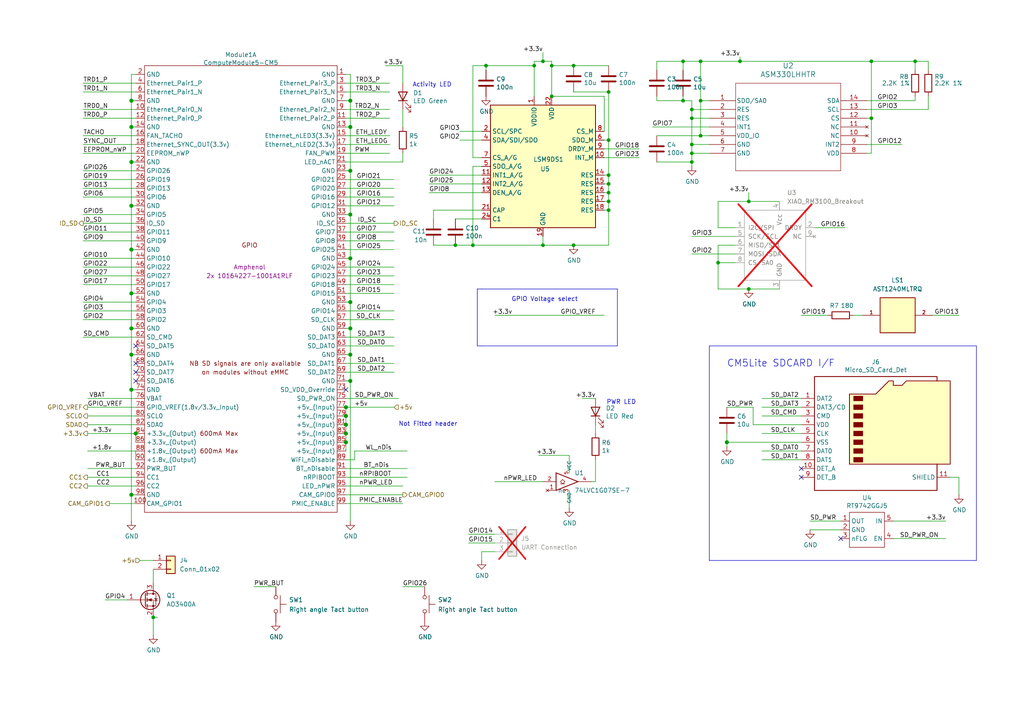
<source format=kicad_sch>
(kicad_sch (version 20231120) (generator "eeschema") (generator_version "8.0")
  (paper "A4")
  (title_block (title "Compute Module 5 IO Board - GPIO - Ethernet") (rev "1") (company "Copyright © 2024 Raspberry Pi Ltd.") (comment 1 "www.raspberrypi.com"))
  (junction (at 101.6 36.83) (diameter 1.016))
  (junction (at 101.6 29.21) (diameter 1.016))
  (junction (at 101.6 102.87) (diameter 1.016))
  (junction (at 166.37 71.12))
  (junction (at 38.1 113.03) (diameter 1.016))
  (junction (at 157.48 17.78))
  (junction (at 176.53 58.42))
  (junction (at 176.53 55.88))
  (junction (at 252.73 34.29))
  (junction (at 198.12 29.21))
  (junction (at 38.1 46.99) (diameter 1.016))
  (junction (at 100.33 125.73) (diameter 1.016))
  (junction (at 154.94 19.05))
  (junction (at 38.1 72.39) (diameter 1.016))
  (junction (at 44.45 179.07))
  (junction (at 166.37 19.05))
  (junction (at 203.2 29.21))
  (junction (at 132.08 71.12))
  (junction (at 100.33 123.19) (diameter 1.016))
  (junction (at 38.1 143.51) (diameter 1.016))
  (junction (at 217.17 58.42))
  (junction (at 203.2 17.78))
  (junction (at 38.1 59.69) (diameter 1.016))
  (junction (at 101.6 62.23) (diameter 1.016))
  (junction (at 137.16 71.12))
  (junction (at 38.1 95.25) (diameter 1.016))
  (junction (at 160.02 27.94))
  (junction (at 100.33 118.11) (diameter 1.016))
  (junction (at 200.66 44.45))
  (junction (at 203.2 39.37))
  (junction (at 101.6 95.25) (diameter 1.016))
  (junction (at 160.02 19.05))
  (junction (at 210.82 128.27) (diameter 1.016))
  (junction (at 217.17 83.82))
  (junction (at 265.43 17.78))
  (junction (at 101.6 87.63) (diameter 1.016))
  (junction (at 200.66 34.29))
  (junction (at 200.66 41.91))
  (junction (at 38.1 85.09) (diameter 1.016))
  (junction (at 100.33 120.65) (diameter 1.016))
  (junction (at 38.1 36.83) (diameter 1.016))
  (junction (at 176.53 60.96))
  (junction (at 39.37 125.73) (diameter 1.016))
  (junction (at 198.12 17.78))
  (junction (at 38.1 102.87) (diameter 1.016))
  (junction (at 38.1 29.21) (diameter 1.016))
  (junction (at 157.48 71.12))
  (junction (at 100.33 128.27) (diameter 1.016))
  (junction (at 200.66 46.99))
  (junction (at 200.66 31.75))
  (junction (at 176.53 40.64))
  (junction (at 140.97 19.05))
  (junction (at 252.73 17.78))
  (junction (at 101.6 110.49) (diameter 1.016))
  (junction (at 176.53 26.67))
  (junction (at 176.53 53.34))
  (junction (at 101.6 49.53) (diameter 1.016))
  (junction (at 176.53 50.8))
  (junction (at 101.6 74.93) (diameter 1.016))
  (junction (at 214.63 17.78))
  (junction (at 208.28 76.2))
  (no_connect (at 39.37 107.95))
  (no_connect (at 100.33 113.03))
  (no_connect (at 39.37 100.33))
  (no_connect (at 243.84 156.21))
  (no_connect (at 39.37 105.41))
  (no_connect (at 232.41 138.43))
  (no_connect (at 232.41 135.89))
  (no_connect (at 39.37 110.49))
  (wire (pts (xy 275.59 138.43) (xy 278.13 138.43)))
  (wire (pts (xy 198.12 29.21) (xy 200.66 29.21)))
  (wire (pts (xy 101.6 110.49) (xy 101.6 151.13)))
  (wire (pts (xy 200.66 41.91) (xy 200.66 44.45)))
  (wire (pts (xy 265.43 29.21) (xy 265.43 27.94)))
  (wire (pts (xy 100.33 135.89) (xy 118.11 135.89)))
  (wire (pts (xy 190.5 39.37) (xy 203.2 39.37)))
  (wire (pts (xy 217.17 55.88) (xy 217.17 58.42)))
  (wire (pts (xy 100.33 102.87) (xy 101.6 102.87)))
  (wire (pts (xy 24.13 90.17) (xy 39.37 90.17)))
  (wire (pts (xy 176.53 53.34) (xy 176.53 55.88)))
  (wire (pts (xy 166.37 71.12) (xy 157.48 71.12)))
  (wire (pts (xy 176.53 50.8) (xy 176.53 53.34)))
  (wire (pts (xy 39.37 133.35) (xy 39.37 130.81)))
  (wire (pts (xy 24.13 44.45) (xy 39.37 44.45)))
  (wire (pts (xy 100.33 95.25) (xy 101.6 95.25)))
  (wire (pts (xy 200.66 73.66) (xy 213.36 73.66)))
  (wire (pts (xy 101.6 102.87) (xy 101.6 110.49)))
  (wire (pts (xy 203.2 29.21) (xy 205.74 29.21)))
  (wire (pts (xy 100.33 100.33) (xy 114.3 100.33)))
  (wire (pts (xy 208.28 76.2) (xy 213.36 76.2)))
  (wire (pts (xy 39.37 128.27) (xy 39.37 125.73)))
  (wire (pts (xy 100.33 118.11) (xy 114.3 118.11)))
  (wire (pts (xy 247.65 91.44) (xy 250.19 91.44)))
  (wire (pts (xy 101.6 36.83) (xy 101.6 49.53)))
  (polyline (pts (xy 179.07 83.82) (xy 179.07 100.33)) (stroke (width 0) (type solid)))
  (wire (pts (xy 24.13 92.71) (xy 39.37 92.71)))
  (wire (pts (xy 217.17 58.42) (xy 208.28 58.42)))
  (wire (pts (xy 116.84 31.75) (xy 116.84 36.83)))
  (wire (pts (xy 24.13 31.75) (xy 39.37 31.75)))
  (wire (pts (xy 140.97 19.05) (xy 140.97 20.32)))
  (wire (pts (xy 24.13 77.47) (xy 39.37 77.47)))
  (wire (pts (xy 100.33 29.21) (xy 101.6 29.21)))
  (wire (pts (xy 220.98 120.65) (xy 232.41 120.65)))
  (wire (pts (xy 157.48 15.24) (xy 157.48 17.78)))
  (wire (pts (xy 100.33 90.17) (xy 114.3 90.17)))
  (wire (pts (xy 175.26 27.94) (xy 160.02 27.94)))
  (wire (pts (xy 24.13 82.55) (xy 39.37 82.55)))
  (wire (pts (xy 175.26 55.88) (xy 176.53 55.88)))
  (wire (pts (xy 251.46 31.75) (xy 269.24 31.75)))
  (wire (pts (xy 154.94 19.05) (xy 140.97 19.05)))
  (wire (pts (xy 175.26 58.42) (xy 176.53 58.42)))
  (wire (pts (xy 208.28 71.12) (xy 208.28 76.2)))
  (wire (pts (xy 24.13 80.01) (xy 39.37 80.01)))
  (wire (pts (xy 270.51 91.44) (xy 278.13 91.44)))
  (wire (pts (xy 100.33 34.29) (xy 113.03 34.29)))
  (wire (pts (xy 39.37 36.83) (xy 38.1 36.83)))
  (wire (pts (xy 100.33 44.45) (xy 113.03 44.45)))
  (wire (pts (xy 100.33 31.75) (xy 113.03 31.75)))
  (wire (pts (xy 269.24 17.78) (xy 269.24 20.32)))
  (wire (pts (xy 102.87 133.35) (xy 102.87 130.81)))
  (wire (pts (xy 24.13 67.31) (xy 39.37 67.31)))
  (wire (pts (xy 100.33 87.63) (xy 101.6 87.63)))
  (wire (pts (xy 198.12 27.94) (xy 198.12 29.21)))
  (wire (pts (xy 24.13 39.37) (xy 39.37 39.37)))
  (wire (pts (xy 116.84 170.18) (xy 123.19 170.18)))
  (wire (pts (xy 39.37 21.59) (xy 38.1 21.59)))
  (wire (pts (xy 101.6 21.59) (xy 101.6 29.21)))
  (wire (pts (xy 198.12 17.78) (xy 198.12 20.32)))
  (wire (pts (xy 101.6 29.21) (xy 101.6 36.83)))
  (wire (pts (xy 38.1 143.51) (xy 38.1 151.13)))
  (wire (pts (xy 208.28 66.04) (xy 213.36 66.04)))
  (wire (pts (xy 160.02 19.05) (xy 166.37 19.05)))
  (wire (pts (xy 165.1 142.24) (xy 165.1 147.32)))
  (wire (pts (xy 100.33 57.15) (xy 114.3 57.15)))
  (wire (pts (xy 137.16 71.12) (xy 157.48 71.12)))
  (wire (pts (xy 165.1 137.16) (xy 165.1 132.08)))
  (wire (pts (xy 100.33 143.51) (xy 116.84 143.51)))
  (wire (pts (xy 157.48 17.78) (xy 160.02 17.78)))
  (wire (pts (xy 100.33 107.95) (xy 114.3 107.95)))
  (wire (pts (xy 100.33 80.01) (xy 114.3 80.01)))
  (wire (pts (xy 214.63 17.78) (xy 252.73 17.78)))
  (wire (pts (xy 25.4 138.43) (xy 39.37 138.43)))
  (wire (pts (xy 101.6 95.25) (xy 101.6 102.87)))
  (wire (pts (xy 38.1 72.39) (xy 38.1 85.09)))
  (wire (pts (xy 210.82 128.27) (xy 232.41 128.27)))
  (wire (pts (xy 101.6 49.53) (xy 101.6 62.23)))
  (wire (pts (xy 24.13 74.93) (xy 39.37 74.93)))
  (wire (pts (xy 176.53 40.64) (xy 176.53 50.8)))
  (wire (pts (xy 100.33 140.97) (xy 116.84 140.97)))
  (wire (pts (xy 200.66 44.45) (xy 200.66 46.99)))
  (wire (pts (xy 39.37 29.21) (xy 38.1 29.21)))
  (wire (pts (xy 160.02 19.05) (xy 160.02 27.94)))
  (wire (pts (xy 25.4 140.97) (xy 39.37 140.97)))
  (wire (pts (xy 25.4 135.89) (xy 39.37 135.89)))
  (wire (pts (xy 251.46 41.91) (xy 261.62 41.91)))
  (wire (pts (xy 236.22 66.04) (xy 245.11 66.04)))
  (wire (pts (xy 100.33 128.27) (xy 100.33 130.81)))
  (wire (pts (xy 243.84 153.67) (xy 234.95 153.67)))
  (wire (pts (xy 176.53 55.88) (xy 176.53 58.42)))
  (wire (pts (xy 203.2 17.78) (xy 214.63 17.78)))
  (wire (pts (xy 135.89 157.48) (xy 143.51 157.48)))
  (wire (pts (xy 100.33 41.91) (xy 113.03 41.91)))
  (wire (pts (xy 175.26 43.18) (xy 185.42 43.18)))
  (wire (pts (xy 217.17 83.82) (xy 226.06 83.82)))
  (wire (pts (xy 100.33 115.57) (xy 115.57 115.57)))
  (wire (pts (xy 114.3 97.79) (xy 100.33 97.79)))
  (wire (pts (xy 24.13 26.67) (xy 39.37 26.67)))
  (wire (pts (xy 124.46 50.8) (xy 139.7 50.8)))
  (wire (pts (xy 24.13 49.53) (xy 39.37 49.53)))
  (wire (pts (xy 243.84 151.13) (xy 234.95 151.13)))
  (wire (pts (xy 190.5 17.78) (xy 190.5 20.32)))
  (wire (pts (xy 100.33 120.65) (xy 100.33 123.19)))
  (wire (pts (xy 251.46 29.21) (xy 265.43 29.21)))
  (wire (pts (xy 100.33 74.93) (xy 101.6 74.93)))
  (wire (pts (xy 176.53 58.42) (xy 176.53 60.96)))
  (wire (pts (xy 100.33 39.37) (xy 113.03 39.37)))
  (wire (pts (xy 210.82 125.73) (xy 210.82 128.27)))
  (wire (pts (xy 44.45 165.1) (xy 44.45 168.91)))
  (wire (pts (xy 198.12 17.78) (xy 190.5 17.78)))
  (wire (pts (xy 200.66 31.75) (xy 205.74 31.75)))
  (polyline (pts (xy 139.7 83.82) (xy 179.07 83.82)) (stroke (width 0) (type solid)))
  (wire (pts (xy 157.48 71.12) (xy 157.48 68.58)))
  (wire (pts (xy 252.73 17.78) (xy 265.43 17.78)))
  (polyline (pts (xy 283.21 162.56) (xy 205.74 162.56)) (stroke (width 0) (type solid)))
  (wire (pts (xy 100.33 138.43) (xy 118.11 138.43)))
  (wire (pts (xy 166.37 19.05) (xy 176.53 19.05)))
  (wire (pts (xy 38.1 95.25) (xy 39.37 95.25)))
  (wire (pts (xy 218.44 123.19) (xy 218.44 118.11)))
  (wire (pts (xy 38.1 102.87) (xy 38.1 113.03)))
  (wire (pts (xy 38.1 85.09) (xy 38.1 95.25)))
  (wire (pts (xy 200.66 34.29) (xy 200.66 41.91)))
  (wire (pts (xy 31.75 146.05) (xy 39.37 146.05)))
  (wire (pts (xy 116.84 19.05) (xy 116.84 24.13)))
  (wire (pts (xy 251.46 34.29) (xy 252.73 34.29)))
  (wire (pts (xy 198.12 29.21) (xy 190.5 29.21)))
  (wire (pts (xy 214.63 16.51) (xy 214.63 17.78)))
  (wire (pts (xy 203.2 39.37) (xy 203.2 29.21)))
  (wire (pts (xy 125.73 60.96) (xy 125.73 63.5)))
  (wire (pts (xy 137.16 48.26) (xy 137.16 71.12)))
  (wire (pts (xy 44.45 184.15) (xy 44.45 179.07)))
  (wire (pts (xy 125.73 71.12) (xy 132.08 71.12)))
  (wire (pts (xy 176.53 71.12) (xy 166.37 71.12)))
  (wire (pts (xy 175.26 40.64) (xy 176.53 40.64)))
  (wire (pts (xy 252.73 34.29) (xy 252.73 44.45)))
  (wire (pts (xy 278.13 138.43) (xy 278.13 143.51)))
  (wire (pts (xy 133.35 38.1) (xy 139.7 38.1)))
  (wire (pts (xy 154.94 17.78) (xy 154.94 19.05)))
  (wire (pts (xy 38.1 59.69) (xy 38.1 72.39)))
  (wire (pts (xy 38.1 113.03) (xy 39.37 113.03)))
  (wire (pts (xy 38.1 72.39) (xy 39.37 72.39)))
  (wire (pts (xy 24.13 54.61) (xy 39.37 54.61)))
  (wire (pts (xy 226.06 58.42) (xy 217.17 58.42)))
  (wire (pts (xy 100.33 52.07) (xy 114.3 52.07)))
  (wire (pts (xy 25.4 130.81) (xy 39.37 130.81)))
  (wire (pts (xy 203.2 29.21) (xy 203.2 17.78)))
  (wire (pts (xy 24.13 97.79) (xy 39.37 97.79)))
  (wire (pts (xy 24.13 24.13) (xy 39.37 24.13)))
  (polyline (pts (xy 283.21 100.33) (xy 283.21 162.56)) (stroke (width 0) (type solid)))
  (wire (pts (xy 100.33 62.23) (xy 101.6 62.23)))
  (wire (pts (xy 175.26 45.72) (xy 185.42 45.72)))
  (wire (pts (xy 154.94 19.05) (xy 154.94 27.94)))
  (wire (pts (xy 100.33 24.13) (xy 113.03 24.13)))
  (wire (pts (xy 100.33 36.83) (xy 101.6 36.83)))
  (wire (pts (xy 175.26 50.8) (xy 176.53 50.8)))
  (wire (pts (xy 38.1 95.25) (xy 38.1 102.87)))
  (wire (pts (xy 172.72 133.35) (xy 172.72 139.7)))
  (wire (pts (xy 39.37 143.51) (xy 38.1 143.51)))
  (wire (pts (xy 24.13 57.15) (xy 39.37 57.15)))
  (wire (pts (xy 220.98 130.81) (xy 232.41 130.81)))
  (wire (pts (xy 175.26 38.1) (xy 175.26 27.94)))
  (wire (pts (xy 25.4 123.19) (xy 39.37 123.19)))
  (wire (pts (xy 38.1 113.03) (xy 38.1 143.51)))
  (wire (pts (xy 165.1 132.08) (xy 156.21 132.08)))
  (wire (pts (xy 172.72 123.19) (xy 172.72 125.73)))
  (wire (pts (xy 102.87 130.81) (xy 118.11 130.81)))
  (wire (pts (xy 100.33 146.05) (xy 116.84 146.05)))
  (wire (pts (xy 220.98 115.57) (xy 232.41 115.57)))
  (wire (pts (xy 100.33 64.77) (xy 114.3 64.77)))
  (wire (pts (xy 259.08 151.13) (xy 274.32 151.13)))
  (wire (pts (xy 101.6 87.63) (xy 101.6 95.25)))
  (wire (pts (xy 100.33 54.61) (xy 114.3 54.61)))
  (wire (pts (xy 116.84 46.99) (xy 116.84 44.45)))
  (wire (pts (xy 100.33 133.35) (xy 102.87 133.35)))
  (wire (pts (xy 100.33 69.85) (xy 114.3 69.85)))
  (wire (pts (xy 124.46 55.88) (xy 139.7 55.88)))
  (wire (pts (xy 114.3 105.41) (xy 100.33 105.41)))
  (wire (pts (xy 166.37 26.67) (xy 176.53 26.67)))
  (wire (pts (xy 25.4 118.11) (xy 39.37 118.11)))
  (wire (pts (xy 208.28 76.2) (xy 208.28 83.82)))
  (wire (pts (xy 139.7 60.96) (xy 125.73 60.96)))
  (wire (pts (xy 100.33 85.09) (xy 114.3 85.09)))
  (wire (pts (xy 200.66 68.58) (xy 213.36 68.58)))
  (polyline (pts (xy 205.74 162.56) (xy 205.74 100.33)) (stroke (width 0) (type solid)))
  (wire (pts (xy 143.51 91.44) (xy 175.26 91.44)))
  (wire (pts (xy 157.48 17.78) (xy 154.94 17.78)))
  (wire (pts (xy 24.13 34.29) (xy 39.37 34.29)))
  (wire (pts (xy 25.4 115.57) (xy 39.37 115.57)))
  (wire (pts (xy 143.51 160.02) (xy 139.7 160.02)))
  (wire (pts (xy 44.45 179.07) (xy 45.72 179.07)))
  (wire (pts (xy 208.28 58.42) (xy 208.28 66.04)))
  (wire (pts (xy 25.4 125.73) (xy 39.37 125.73)))
  (wire (pts (xy 139.7 48.26) (xy 137.16 48.26)))
  (wire (pts (xy 132.08 71.12) (xy 137.16 71.12)))
  (wire (pts (xy 100.33 59.69) (xy 114.3 59.69)))
  (wire (pts (xy 203.2 17.78) (xy 198.12 17.78)))
  (polyline (pts (xy 205.74 100.33) (xy 283.21 100.33)) (stroke (width 0) (type solid)))
  (wire (pts (xy 114.3 92.71) (xy 100.33 92.71)))
  (wire (pts (xy 200.66 41.91) (xy 205.74 41.91)))
  (wire (pts (xy 100.33 67.31) (xy 114.3 67.31)))
  (wire (pts (xy 135.89 154.94) (xy 143.51 154.94)))
  (wire (pts (xy 132.08 63.5) (xy 139.7 63.5)))
  (wire (pts (xy 160.02 17.78) (xy 160.02 19.05)))
  (wire (pts (xy 140.97 19.05) (xy 137.16 19.05)))
  (wire (pts (xy 265.43 17.78) (xy 269.24 17.78)))
  (wire (pts (xy 200.66 44.45) (xy 205.74 44.45)))
  (wire (pts (xy 24.13 64.77) (xy 39.37 64.77)))
  (wire (pts (xy 172.72 139.7) (xy 171.45 139.7)))
  (wire (pts (xy 232.41 91.44) (xy 240.03 91.44)))
  (wire (pts (xy 200.66 34.29) (xy 205.74 34.29)))
  (wire (pts (xy 25.4 120.65) (xy 39.37 120.65)))
  (wire (pts (xy 38.1 36.83) (xy 38.1 46.99)))
  (wire (pts (xy 100.33 46.99) (xy 116.84 46.99)))
  (wire (pts (xy 176.53 26.67) (xy 176.53 40.64)))
  (wire (pts (xy 200.66 31.75) (xy 200.66 34.29)))
  (wire (pts (xy 175.26 60.96) (xy 176.53 60.96)))
  (wire (pts (xy 24.13 52.07) (xy 39.37 52.07)))
  (wire (pts (xy 175.26 53.34) (xy 176.53 53.34)))
  (polyline (pts (xy 138.43 100.33) (xy 138.43 83.82)) (stroke (width 0) (type solid)))
  (wire (pts (xy 200.66 46.99) (xy 200.66 48.26)))
  (wire (pts (xy 176.53 60.96) (xy 176.53 71.12)))
  (wire (pts (xy 269.24 31.75) (xy 269.24 27.94)))
  (wire (pts (xy 172.72 115.57) (xy 168.91 115.57)))
  (wire (pts (xy 137.16 19.05) (xy 137.16 45.72)))
  (wire (pts (xy 100.33 72.39) (xy 114.3 72.39)))
  (wire (pts (xy 38.1 29.21) (xy 38.1 36.83)))
  (wire (pts (xy 100.33 21.59) (xy 101.6 21.59)))
  (wire (pts (xy 100.33 110.49) (xy 101.6 110.49)))
  (wire (pts (xy 265.43 17.78) (xy 265.43 20.32)))
  (wire (pts (xy 200.66 29.21) (xy 200.66 31.75)))
  (wire (pts (xy 143.51 139.7) (xy 157.48 139.7)))
  (wire (pts (xy 24.13 69.85) (xy 39.37 69.85)))
  (wire (pts (xy 24.13 87.63) (xy 39.37 87.63)))
  (wire (pts (xy 100.33 118.11) (xy 100.33 120.65)))
  (wire (pts (xy 40.64 162.56) (xy 44.45 162.56)))
  (wire (pts (xy 111.76 19.05) (xy 116.84 19.05)))
  (wire (pts (xy 124.46 53.34) (xy 139.7 53.34)))
  (wire (pts (xy 210.82 128.27) (xy 210.82 129.54)))
  (wire (pts (xy 100.33 49.53) (xy 101.6 49.53)))
  (wire (pts (xy 252.73 17.78) (xy 252.73 34.29)))
  (wire (pts (xy 139.7 160.02) (xy 139.7 162.56)))
  (wire (pts (xy 100.33 26.67) (xy 113.03 26.67)))
  (wire (pts (xy 232.41 123.19) (xy 218.44 123.19)))
  (wire (pts (xy 24.13 62.23) (xy 39.37 62.23)))
  (wire (pts (xy 189.23 36.83) (xy 205.74 36.83)))
  (wire (pts (xy 133.35 40.64) (xy 139.7 40.64)))
  (wire (pts (xy 213.36 71.12) (xy 208.28 71.12)))
  (wire (pts (xy 24.13 41.91) (xy 39.37 41.91)))
  (wire (pts (xy 208.28 83.82) (xy 217.17 83.82)))
  (wire (pts (xy 30.48 173.99) (xy 36.83 173.99)))
  (wire (pts (xy 259.08 156.21) (xy 274.32 156.21)))
  (wire (pts (xy 137.16 45.72) (xy 139.7 45.72)))
  (wire (pts (xy 101.6 74.93) (xy 101.6 87.63)))
  (polyline (pts (xy 139.7 83.82) (xy 138.43 83.82)) (stroke (width 0) (type solid)))
  (wire (pts (xy 100.33 123.19) (xy 100.33 125.73)))
  (wire (pts (xy 232.41 118.11) (xy 220.98 118.11)))
  (wire (pts (xy 38.1 46.99) (xy 39.37 46.99)))
  (wire (pts (xy 190.5 46.99) (xy 200.66 46.99)))
  (wire (pts (xy 73.66 170.18) (xy 80.01 170.18)))
  (wire (pts (xy 38.1 21.59) (xy 38.1 29.21)))
  (wire (pts (xy 38.1 85.09) (xy 39.37 85.09)))
  (wire (pts (xy 100.33 125.73) (xy 100.33 128.27)))
  (wire (pts (xy 100.33 77.47) (xy 114.3 77.47)))
  (wire (pts (xy 38.1 102.87) (xy 39.37 102.87)))
  (wire (pts (xy 38.1 59.69) (xy 39.37 59.69)))
  (polyline (pts (xy 179.07 100.33) (xy 139.7 100.33)) (stroke (width 0) (type solid)))
  (wire (pts (xy 252.73 44.45) (xy 251.46 44.45)))
  (wire (pts (xy 210.82 118.11) (xy 218.44 118.11)))
  (wire (pts (xy 232.41 125.73) (xy 220.98 125.73)))
  (wire (pts (xy 232.41 133.35) (xy 220.98 133.35)))
  (wire (pts (xy 100.33 82.55) (xy 114.3 82.55)))
  (wire (pts (xy 101.6 62.23) (xy 101.6 74.93)))
  (wire (pts (xy 38.1 46.99) (xy 38.1 59.69)))
  (wire (pts (xy 205.74 39.37) (xy 203.2 39.37)))
  (wire (pts (xy 190.5 29.21) (xy 190.5 27.94)))
  (polyline (pts (xy 138.43 100.33) (xy 139.7 100.33)) (stroke (width 0) (type solid)))
  (text "Activity LED" (at 119.634 25.4 0) (effects (font (size 1.27 1.27)) (justify left bottom)))
  (text "GPIO Voltage select\n" (at 167.64 87.63 0) (effects (font (size 1.27 1.27)) (justify right bottom)))
  (text "Not Fitted header" (at 132.715 123.825 0) (effects (font (size 1.27 1.27)) (justify right bottom)))
  (text "PWR LED" (at 175.895 117.475 0) (effects (font (size 1.27 1.27)) (justify left bottom)))
  (text "CM5Lite SDCARD I/F" (at 210.82 106.68 0) (effects (font (size 2.007 2.007)) (justify left bottom)))
  (label "GPIO14" (at 135.89 154.94 0))
  (label "SD_DAT2" (at 111.76 107.95 180))
  (label "GPIO5" (at 24.13 62.23 0))
  (label "TRD3_N" (at 103.124 26.67 0))
  (label "GPIO2" (at 24.13 92.71 0))
  (label "GPIO9" (at 24.13 69.85 0))
  (label "GPIO18" (at 185.42 43.18 180))
  (label "ETH_LEDG" (at 103.124 41.91 0))
  (label "SD_DAT1" (at 111.76 105.41 180))
  (label "GPIO10" (at 24.13 74.93 0))
  (label "TRD3_P" (at 103.124 24.13 0))
  (label "GPIO6" (at 24.13 57.15 0))
  (label "GPIO3" (at 200.66 68.58 0))
  (label "GPIO15" (at 135.89 157.48 0))
  (label "GPIO20" (at 110.49 54.61 180))
  (label "SD_DAT2" (at 223.52 115.57 0))
  (label "GPIO25" (at 110.49 72.39 180))
  (label "SD_DAT0" (at 111.76 100.33 180))
  (label "GPIO15" (at 110.49 85.09 180))
  (label "GPIO13" (at 24.13 54.61 0))
  (label "GPIO7" (at 109.22 67.31 180))
  (label "GPIO14" (at 110.49 90.17 180))
  (label "BT_nDis" (at 112.8776 135.89 180))
  (label "SD_PWR_ON" (at 260.985 156.21 0))
  (label "GPIO24" (at 124.46 50.8 0))
  (label "ETH_LEDY" (at 103.124 39.37 0))
  (label "SD_PWR_ON" (at 102.87 115.57 0))
  (label "PWM" (at 102.87 44.45 0))
  (label "GPIO4" (at 24.13 87.63 0))
  (label "TRD1_P" (at 24.13 24.13 0))
  (label "CC1" (at 27.94 138.43 0))
  (label "WL_nDis" (at 113.665 130.81 180))
  (label "+3.3v" (at 274.32 151.13 180))
  (label "GPIO19" (at 232.41 91.44 0))
  (label "+3.3v" (at 116.84 19.05 180))
  (label "GPIO2" (at 260.35 29.21 180))
  (label "SD_DAT3" (at 111.76 97.79 180))
  (label "GPIO27" (at 24.13 80.01 0))
  (label "EEPROM_nWP" (at 24.13 44.45 0))
  (label "+3.3v" (at 214.63 16.51 180))
  (label "GPIO_VREF" (at 25.4 118.11 0))
  (label "SD_PWR" (at 210.82 118.11 0))
  (label "SD_DAT0" (at 223.52 130.81 0))
  (label "GPIO21" (at 110.49 52.07 180))
  (label "GPIO23" (at 110.49 80.01 180))
  (label "GPIO2" (at 200.66 73.66 0))
  (label "TRD0_N" (at 24.13 31.75 0))
  (label "GPIO26" (at 116.84 170.18 0))
  (label "GPIO16" (at 245.11 66.04 180))
  (label "+1.8v" (at 26.67 130.81 0))
  (label "PWR_BUT" (at 73.66 170.18 0))
  (label "SD_DAT3" (at 223.52 118.11 0))
  (label "GPIO4" (at 30.48 173.99 0))
  (label "SD_CLK" (at 110.49 92.71 180))
  (label "GPIO16" (at 110.49 57.15 180))
  (label "GPIO12" (at 110.49 59.69 180))
  (label "GPIO2" (at 133.35 40.64 180))
  (label "+3.3v" (at 26.67 125.73 0))
  (label "SD_CMD" (at 223.52 120.65 0))
  (label "GPIO8" (at 109.22 69.85 180))
  (label "GPIO17" (at 24.13 82.55 0))
  (label "SYNC_OUT" (at 24.13 41.91 0))
  (label "nPWR_LED" (at 146.05 139.7 0))
  (label "SD_PWR" (at 234.95 151.13 0))
  (label "SD_DAT1" (at 223.52 133.35 0))
  (label "GPIO18" (at 110.49 82.55 180))
  (label "TRD2_N" (at 102.87 31.75 0))
  (label "nPWR_LED" (at 104.14 140.97 0))
  (label "GPIO13" (at 278.13 91.44 180))
  (label "TRD0_P" (at 24.13 34.29 0))
  (label "+3.3v" (at 148.59 91.44 180))
  (label "GPIO3" (at 133.35 38.1 180))
  (label "GPIO26" (at 24.13 49.53 0))
  (label "PWR_BUT" (at 27.686 135.89 0))
  (label "GPIO25" (at 124.46 53.34 0))
  (label "+3.3v" (at 161.29 132.08 180))
  (label "nRPIBOOT" (at 104.14 138.43 0))
  (label "GPIO11" (at 24.13 67.31 0))
  (label "ID_SD" (at 24.13 64.77 0))
  (label "TRD1_N" (at 24.13 26.67 0))
  (label "GPIO24" (at 110.49 77.47 180))
  (label "+3.3v" (at 217.17 55.88 180))
  (label "GPIO7" (at 189.23 36.83 0))
  (label "VBAT" (at 30.48 115.57 180))
  (label "ID_SC" (at 109.22 64.77 180))
  (label "GPIO12" (at 261.62 41.91 180))
  (label "CC2" (at 27.94 140.97 0))
  (label "TACHO" (at 24.13 39.37 0))
  (label "+5v" (at 106.68 118.11 180))
  (label "SD_CMD" (at 24.13 97.79 0))
  (label "PMIC_ENABLE" (at 116.84 146.05 180))
  (label "+3.3v" (at 172.72 115.57 180))
  (label "GPIO_VREF" (at 162.56 91.44 0))
  (label "+3.3v" (at 157.48 15.24 180))
  (label "GPIO3" (at 260.35 31.75 180))
  (label "TRD2_P" (at 103.124 34.29 0))
  (label "GPIO19" (at 24.13 52.07 0))
  (label "GPIO23" (at 185.42 45.72 180))
  (label "SD_CLK" (at 223.52 125.73 0))
  (label "GPIO22" (at 24.13 77.47 0))
  (label "GPIO3" (at 24.13 90.17 0))
  (label "GPIO8" (at 124.46 55.88 0))
  (hierarchical_label "CC1" (shape output) (at 25.4 138.43 180))
  (hierarchical_label "ID_SD" (shape output) (at 24.13 64.77 180))
  (hierarchical_label "SDA0" (shape output) (at 25.4 123.19 180))
  (hierarchical_label "CAM_GPIO1" (shape output) (at 31.75 146.05 180))
  (hierarchical_label "CC2" (shape output) (at 25.4 140.97 180))
  (hierarchical_label "+5v" (shape input) (at 40.64 162.56 180))
  (hierarchical_label "+3.3v" (shape output) (at 25.4 125.73 180))
  (hierarchical_label "GPIO_VREF" (shape output) (at 25.4 118.11 180))
  (hierarchical_label "ID_SC" (shape output) (at 114.3 64.77 0))
  (hierarchical_label "SCL0" (shape output) (at 25.4 120.65 180))
  (hierarchical_label "CAM_GPIO0" (shape output) (at 116.84 143.51 0))
  (hierarchical_label "+5v" (shape input) (at 114.3 118.11 0))
  (symbol (lib_id "CM5IO:74LVC1G07_copy") (at 165.1 139.7 0) (unit 1)
    (property "Reference" "U1" (at 166.624 137.16 0) (effects (justify left)))
    (property "Value" "74LVC1G07SE-7" (at 166.624 142.24 0) (effects (justify left)))
    (property "Footprint" "Package_TO_SOT_SMD:SOT-353_SC-70-5" (effects (hide yes)))
    (property "Datasheet" "https://www.diodes.com/assets/Datasheets/74LVC1G07.pdf" (effects (hide yes)))
    (property "Field4" "Farnell" (effects (hide yes)))
    (property "Field5" "2425492" (effects (hide yes)))
    (property "Field6" "74LVC1G07SE-7" (effects (hide yes)))
    (property "Field7" "Diodes" (effects (hide yes)))
    (property "Part Description" "Buffer, Non-Inverting 1 Element 1 Bit per Element Open Drain Output SOT-353" (effects (hide yes)))
  )
  (symbol (lib_id "CM5IO:RT9742GGJ5") (at 252.73 161.29 0) (unit 1)
    (property "Reference" "U4" (at 251.46 144.399 0))
    (property "Value" "RT9742GGJ5" (at 251.46 146.7104 0))
    (property "Footprint" "Package_TO_SOT_SMD:SOT-23-5" (effects (hide yes)))
    (property "Datasheet" "https://www.richtek.com/assets/product_file/RT9742/DS9742-00.pdf" (effects (hide yes)))
    (property "Field4" "Farnell" (effects (hide yes)))
    (property "Field5" "	2545875" (effects (hide yes)))
    (property "Field6" "RT9742GGJ5" (effects (hide yes)))
    (property "Field7" "RichTek" (effects (hide yes)))
    (property "Field8" "USWI00166" (effects (hide yes)))
    (property "Part Description" "	Power Switch/Driver 1:1 N-Channel 1A TSOT-23-5" (effects (hide yes)))
  )
  (symbol (lib_id "power:GND") (at 234.95 153.67 0) (unit 1)
    (property "Reference" "#PWR17" (effects (hide yes)))
    (property "Value" "GND" (at 235.077 158.0642 0))
    (property "Description" "Power symbol creates a global label with name \"GND\" , ground" (effects (hide yes)))
  )
  (symbol (lib_id "CM5IO:ComputeModule5-CM5") (at 72.39 77.47 0) (unit 1)
    (property "Reference" "Module1" (at 69.85 15.875 0))
    (property "Value" "ComputeModule5-CM5" (at 69.85 18.1864 0))
    (property "Footprint" "CM5IO:Raspberry-Pi-5-Compute-Module" (effects (hide yes)))
    (property "Description" "RaspberryPi Compute module 5" (effects (hide yes)))
    (property "Field4" "Amphenol" (at 72.39 77.47 0))
    (property "Field5" "2x 10164227-1001A1RLF" (at 72.39 80.01 0))
    (property "Field6" "2x 10164227-1001A1RLF" (effects (hide yes)))
    (property "Field7" "Hirose" (effects (hide yes)))
    (property "Part Description" "	100 Position Connector Receptacle, Center Strip Contacts Surface Mount Gold" (effects (hide yes)))
  )
  (symbol (lib_id "Device:C") (at 210.82 121.92 0) (unit 1)
    (property "Reference" "C6" (at 213.741 120.7516 0) (effects (justify left)))
    (property "Value" "10u" (at 213.741 123.063 0) (effects (justify left)))
    (property "Footprint" "Capacitor_SMD:C_0805_2012Metric" (effects (hide yes)))
    (property "Datasheet" "https://search.murata.co.jp/Ceramy/image/img/A01X/G101/ENG/GRM21BR71A106KA73-01.pdf" (effects (hide yes)))
    (property "Field5" "490-14381-1-ND" (effects (hide yes)))
    (property "Field4" "Digikey" (effects (hide yes)))
    (property "Field6" "GRM21BR71A106KA73L" (effects (hide yes)))
    (property "Field7" "Murata" (effects (hide yes)))
    (property "Part Description" "	10uF 10% 10V Ceramic Capacitor X7R 0805 (2012 Metric)" (effects (hide yes)))
    (property "Field8" "111893011" (effects (hide yes)))
  )
  (symbol (lib_id "power:GND") (at 38.1 151.13 0) (unit 1)
    (property "Reference" "#PWR8" (effects (hide yes)))
    (property "Value" "GND" (at 38.227 155.5242 0))
    (property "Description" "Power symbol creates a global label with name \"GND\" , ground" (effects (hide yes)))
  )
  (symbol (lib_id "power:GND") (at 101.6 151.13 0) (unit 1)
    (property "Reference" "#PWR11" (effects (hide yes)))
    (property "Value" "GND" (at 101.727 155.5242 0))
    (property "Description" "Power symbol creates a global label with name \"GND\" , ground" (effects (hide yes)))
  )
  (symbol (lib_id "Device:LED") (at 116.84 27.94 90) (unit 1)
    (property "Reference" "D1" (at 119.8118 26.9494 90) (effects (justify right)))
    (property "Value" "LED Green" (at 119.8118 29.2608 90) (effects (justify right)))
    (property "Footprint" "LED_SMD:LED_0603_1608Metric" (effects (hide yes)))
    (property "Datasheet" "http://optoelectronics.liteon.com/upload/download/DS22-2000-226/LTST-S270KGKT.pdf" (effects (hide yes)))
    (property "Field4" "Digikey " (effects (hide yes)))
    (property "Field5" "LTST-S270KGKT" (effects (hide yes)))
    (property "Field6" "SML-A12M8TT86N" (effects (hide yes)))
    (property "Field7" "Rohm" (effects (hide yes)))
    (property "Field8" "650263301" (effects (hide yes)))
    (property "Part Description" "	Green 572nm LED Indication - Discrete 2.2V 2-SMD, No Lead" (effects (hide yes)))
  )
  (symbol (lib_id "Device:R") (at 116.84 40.64 0) (unit 1)
    (property "Reference" "R5" (at 118.618 39.4716 0) (effects (justify left)))
    (property "Value" "1k" (at 118.618 41.783 0) (effects (justify left)))
    (property "Footprint" "Resistor_SMD:R_0402_1005Metric" (effects (hide yes)))
    (property "Datasheet" "https://fscdn.rohm.com/en/products/databook/datasheet/passive/resistor/chip_resistor/mcr-e.pdf" (effects (hide yes)))
    (property "Field4" "Farnell" (effects (hide yes)))
    (property "Field5" "9239235" (effects (hide yes)))
    (property "Field7" "KOA EUROPE GMBH" (effects (hide yes)))
    (property "Field6" "RK73H1ETTP1001F" (effects (hide yes)))
    (property "Part Description" "Resistor 1K M1005 1% 63mW" (effects (hide yes)))
    (property "Field8" "125049511" (effects (hide yes)))
  )
  (symbol (lib_id "power:GND") (at 165.1 147.32 0) (unit 1)
    (property "Reference" "#PWR13" (effects (hide yes)))
    (property "Value" "GND" (at 165.227 151.7142 0))
    (property "Description" "Power symbol creates a global label with name \"GND\" , ground" (effects (hide yes)))
  )
  (symbol (lib_name "LED_1") (lib_id "Device:LED") (at 172.72 119.38 90) (unit 1)
    (property "Reference" "D2" (at 175.6918 118.3894 90) (effects (justify right)))
    (property "Value" "LED Red" (at 175.6918 120.7008 90) (effects (justify right)))
    (property "Footprint" "LED_SMD:LED_0603_1608Metric" (effects (hide yes)))
    (property "Datasheet" "http://optoelectronics.liteon.com/upload/download/DS22-2000-210/LTST-S270KRKT.pdf" (effects (hide yes)))
    (property "Field4" "Digikey " (effects (hide yes)))
    (property "Field5" "	LTST-S270KRKT" (effects (hide yes)))
    (property "Field6" "SML-A12U8TT86Q" (effects (hide yes)))
    (property "Field7" "Rohm" (effects (hide yes)))
    (property "Field8" "650295101" (effects (hide yes)))
    (property "Part Description" "	Red 620nm LED Indication - Discrete 2.2V 2-SMD, No Lead" (effects (hide yes)))
  )
  (symbol (lib_id "Device:R") (at 172.72 129.54 0) (unit 1)
    (property "Reference" "R6" (at 174.498 128.3716 0) (effects (justify left)))
    (property "Value" "1k" (at 174.498 130.683 0) (effects (justify left)))
    (property "Footprint" "Resistor_SMD:R_0402_1005Metric" (effects (hide yes)))
    (property "Datasheet" "https://fscdn.rohm.com/en/products/databook/datasheet/passive/resistor/chip_resistor/mcr-e.pdf" (effects (hide yes)))
    (property "Field4" "Farnell" (effects (hide yes)))
    (property "Field5" "9239235" (effects (hide yes)))
    (property "Field7" "KOA EUROPE GMBH" (effects (hide yes)))
    (property "Field6" "RK73H1ETTP1001F" (effects (hide yes)))
    (property "Part Description" "Resistor 1K M1005 1% 63mW" (effects (hide yes)))
    (property "Field8" "125049511" (effects (hide yes)))
  )
  (symbol (lib_id "Connector:Micro_SD_Card_Det2") (at 255.27 125.73 0) (unit 1)
    (property "Reference" "J6" (at 254 104.9782 0))
    (property "Value" "Micro_SD_Card_Det" (at 254 107.2896 0))
    (property "Footprint" "CM5IO:SDCARD_MOLEX_503398-1892" (effects (hide yes)))
    (property "Datasheet" "https://www.hirose.com/product/en/download_file/key_name/DM3/category/Catalog/doc_file_id/49662/?file_category_id=4&item_id=195&is_series=1" (effects (hide yes)))
    (property "Field4" "Farnell" (effects (hide yes)))
    (property "Field5" "2358234" (effects (hide yes)))
    (property "Field6" "503398-1892" (effects (hide yes)))
    (property "Field7" "Molex" (effects (hide yes)))
    (property "Part Description" "9 (8 + 1) Position Card Connector microSD™ Surface Mount, Right Angle Gold" (effects (hide yes)))
    (property "Field8" "UCON00512" (effects (hide yes)))
  )
  (symbol (lib_id "power:GND") (at 210.82 129.54 0) (unit 1)
    (property "Reference" "#PWR15" (effects (hide yes)))
    (property "Value" "GND" (at 210.947 133.9342 0))
    (property "Description" "Power symbol creates a global label with name \"GND\" , ground" (effects (hide yes)))
  )
  (symbol (lib_id "power:GND") (at 278.13 143.51 0) (unit 1)
    (property "Reference" "#PWR18" (effects (hide yes)))
    (property "Value" "GND" (at 278.257 147.9042 0))
    (property "Description" "Power symbol creates a global label with name \"GND\" , ground" (effects (hide yes)))
  )
  (symbol (lib_id "AST1240MLTRQ:AST1240MLTRQ") (at 260.35 91.44 0) (unit 1)
    (property "Reference" "LS1" (at 260.35 81.28 0))
    (property "Value" "AST1240MLTRQ" (at 260.35 83.82 0))
    (property "Footprint" "Buzzer_Beeper:Buzzer_Mallory_AST1240MLQ" (effects (hide yes)))
    (property "MANUFACTURER" "Mallory" (effects (hide yes)))
  )
  (symbol (lib_id "Device:R") (at 243.84 91.44 90) (unit 1)
    (property "Reference" "R7" (at 243.332 88.646 90) (effects (justify left)))
    (property "Value" "180" (at 247.65 88.646 90) (effects (justify left)))
    (property "Footprint" "Resistor_SMD:R_0402_1005Metric" (effects (hide yes)))
    (property "Datasheet" "https://fscdn.rohm.com/en/products/databook/datasheet/passive/resistor/chip_resistor/mcr-e.pdf" (effects (hide yes)))
    (property "Field4" "Farnell" (effects (hide yes)))
    (property "Part Description" "Resistor 2.2K M1005 1% 63mW" (effects (hide yes)))
  )
  (symbol (lib_id "Device:C") (at 176.53 22.86 0) (unit 1)
    (property "Reference" "C7" (at 179.451 21.6916 0) (effects (justify left)))
    (property "Value" "100n" (at 179.451 24.003 0) (effects (justify left)))
    (property "Footprint" "Capacitor_SMD:C_0402_1005Metric" (effects (hide yes)))
    (property "Datasheet" "https://search.murata.co.jp/Ceramy/image/img/A01X/G101/ENG/GRM155R71C104KA88-01.pdf" (effects (hide yes)))
    (property "Field4" "Farnell" (effects (hide yes)))
    (property "Field5" "2611911" (effects (hide yes)))
    (property "Field6" "RM EMK105 B7104KV-F" (effects (hide yes)))
    (property "Field7" "TAIYO YUDEN EUROPE GMBH" (effects (hide yes)))
    (property "Field8" "110091611" (effects (hide yes)))
    (property "Part Description" "	0.1uF 10% 16V Ceramic Capacitor X7R 0402 (1005 Metric)" (effects (hide yes)))
  )
  (symbol (lib_id "Device:C") (at 125.73 67.31 0) (unit 1)
    (property "Reference" "C11" (at 119.634 67.056 0) (effects (justify left)))
    (property "Value" "10n" (at 120.142 69.596 0) (effects (justify left)))
    (property "Footprint" "Capacitor_SMD:C_0402_1005Metric" (effects (hide yes)))
    (property "Description" "10n 16V cap" (effects (hide yes)))
  )
  (symbol (lib_id "Connector_Generic:Conn_01x03") (at 148.59 157.48 0) (unit 1) (in_bom no) (dnp yes)
    (property "Reference" "J5" (at 151.13 156.2099 0) (effects (justify left)))
    (property "Value" "UART Connection" (at 151.13 158.7499 0) (effects (justify left)))
    (property "Footprint" "Connector_PinHeader_2.54mm:PinHeader_1x03_P2.54mm_Vertical" (effects (hide yes)))
    (property "Description" "Generic connector, single row, 01x03, script generated (kicad-library-utils/schlib/autogen/connector/)" (effects (hide yes)))
  )
  (symbol (lib_id "Device:C") (at 198.12 24.13 0) (unit 1)
    (property "Reference" "C5" (at 201.041 22.9616 0) (effects (justify left)))
    (property "Value" "10u" (at 201.041 25.273 0) (effects (justify left)))
    (property "Footprint" "Capacitor_SMD:C_0805_2012Metric" (effects (hide yes)))
    (property "Datasheet" "https://search.murata.co.jp/Ceramy/image/img/A01X/G101/ENG/GRM21BR71A106KA73-01.pdf" (effects (hide yes)))
    (property "Field5" "490-14381-1-ND" (effects (hide yes)))
    (property "Field4" "Digikey" (effects (hide yes)))
    (property "Field6" "GRM21BR71A106KA73L" (effects (hide yes)))
    (property "Field7" "Murata" (effects (hide yes)))
    (property "Part Description" "	10uF 10% 10V Ceramic Capacitor X7R 0805 (2012 Metric)" (effects (hide yes)))
    (property "Field8" "111893011" (effects (hide yes)))
  )
  (symbol (lib_id "power:GND") (at 123.19 180.34 0) (unit 1)
    (property "Reference" "#PWR12" (effects (hide yes)))
    (property "Value" "GND" (at 123.317 184.7342 0))
    (property "Description" "Power symbol creates a global label with name \"GND\" , ground" (effects (hide yes)))
  )
  (symbol (lib_id "Device:R") (at 269.24 24.13 0) (unit 1)
    (property "Reference" "R9" (at 271.018 22.225 0) (effects (justify left)))
    (property "Value" "2.2K 1%" (at 271.018 24.13 0) (effects (justify left)))
    (property "Footprint" "Resistor_SMD:R_0402_1005Metric" (effects (hide yes)))
    (property "Datasheet" "https://fscdn.rohm.com/en/products/databook/datasheet/passive/resistor/chip_resistor/mcr-e.pdf" (effects (hide yes)))
    (property "Field4" "Farnell" (effects (hide yes)))
    (property "Part Description" "Resistor 2.2K M1005 1% 63mW" (effects (hide yes)))
  )
  (symbol (lib_id "Transistor_FET:AO3400A") (at 41.91 173.99 0) (unit 1)
    (property "Reference" "Q1" (at 48.26 172.7199 0) (effects (justify left)))
    (property "Value" "AO3400A" (at 48.26 175.2599 0) (effects (justify left)))
    (property "Footprint" "Package_TO_SOT_SMD:SOT-23" (effects (hide yes)))
    (property "Datasheet" "http://www.aosmd.com/pdfs/datasheet/AO3400A.pdf" (effects (hide yes)))
    (property "Description" "30V Vds, 5.7A Id, N-Channel MOSFET, SOT-23" (effects (hide yes)))
  )
  (symbol (lib_id "Switch:SW_Push") (at 80.01 175.26 270) (unit 1)
    (property "Reference" "SW1" (at 83.82 173.9899 90) (effects (justify left)))
    (property "Value" "Right angle Tact button" (at 83.82 176.784 90) (effects (justify left)))
    (property "Footprint" "Button_Switch_THT:SW_Tactile_SPST_Angled_PTS645Vx58-2LFS" (effects (hide yes)))
    (property "Datasheet" "https://www.mouser.co.uk/datasheet/2/240/Littelfuse-3050591.pdf" (effects (hide yes)))
    (property "Description" "Push button switch, generic, two pins" (effects (hide yes)))
    (property "Field5" "PTS645VH58-2LFS" (effects (hide yes)))
    (property "Field6" "PTS645VH58-2LFS" (effects (hide yes)))
    (property "Field7" "CK" (effects (hide yes)))
    (property "Part Description" "Right angle through hole Tact switch" (effects (hide yes)))
  )
  (symbol (lib_id "Device:C") (at 190.5 24.13 0) (unit 1)
    (property "Reference" "C3" (at 193.421 22.9616 0) (effects (justify left)))
    (property "Value" "100n" (at 193.421 25.273 0) (effects (justify left)))
    (property "Footprint" "Capacitor_SMD:C_0402_1005Metric" (effects (hide yes)))
    (property "Datasheet" "https://search.murata.co.jp/Ceramy/image/img/A01X/G101/ENG/GRM155R71C104KA88-01.pdf" (effects (hide yes)))
    (property "Field4" "Farnell" (effects (hide yes)))
    (property "Field5" "2611911" (effects (hide yes)))
    (property "Field6" "RM EMK105 B7104KV-F" (effects (hide yes)))
    (property "Field7" "TAIYO YUDEN EUROPE GMBH" (effects (hide yes)))
    (property "Field8" "110091611" (effects (hide yes)))
    (property "Part Description" "	0.1uF 10% 16V Ceramic Capacitor X7R 0402 (1005 Metric)" (effects (hide yes)))
  )
  (symbol (lib_id "power:GND") (at 44.45 184.15 0) (unit 1)
    (property "Reference" "#PWR9" (effects (hide yes)))
    (property "Value" "GND" (at 44.577 188.5442 0))
    (property "Description" "Power symbol creates a global label with name \"GND\" , ground" (effects (hide yes)))
  )
  (symbol (lib_id "Switch:SW_Push") (at 123.19 175.26 270) (unit 1)
    (property "Reference" "SW2" (at 127 173.9899 90) (effects (justify left)))
    (property "Value" "Right angle Tact button" (at 127 176.784 90) (effects (justify left)))
    (property "Footprint" "Button_Switch_THT:SW_Tactile_SPST_Angled_PTS645Vx58-2LFS" (effects (hide yes)))
    (property "Datasheet" "https://www.mouser.co.uk/datasheet/2/240/Littelfuse-3050591.pdf" (effects (hide yes)))
    (property "Description" "Push button switch, generic, two pins" (effects (hide yes)))
    (property "Field5" "PTS645VH58-2LFS" (effects (hide yes)))
    (property "Field6" "PTS645VH58-2LFS" (effects (hide yes)))
    (property "Field7" "CK" (effects (hide yes)))
    (property "Part Description" "Right angle through hole Tact switch" (effects (hide yes)))
  )
  (symbol (lib_id "Device:C") (at 132.08 67.31 0) (unit 1)
    (property "Reference" "C10" (at 135.001 66.1416 0) (effects (justify left)))
    (property "Value" "100n" (at 135.001 68.453 0) (effects (justify left)))
    (property "Footprint" "Capacitor_SMD:C_0402_1005Metric" (effects (hide yes)))
    (property "Datasheet" "https://search.murata.co.jp/Ceramy/image/img/A01X/G101/ENG/GRM155R71C104KA88-01.pdf" (effects (hide yes)))
    (property "Field4" "Farnell" (effects (hide yes)))
    (property "Field5" "2611911" (effects (hide yes)))
    (property "Field6" "RM EMK105 B7104KV-F" (effects (hide yes)))
    (property "Field7" "TAIYO YUDEN EUROPE GMBH" (effects (hide yes)))
    (property "Field8" "110091611" (effects (hide yes)))
    (property "Part Description" "	0.1uF 10% 16V Ceramic Capacitor X7R 0402 (1005 Metric)" (effects (hide yes)))
  )
  (symbol (lib_id "Connector_Generic:Conn_01x02") (at 49.53 162.56 0) (unit 1)
    (property "Reference" "J4" (at 52.07 162.5599 0) (effects (justify left)))
    (property "Value" "Conn_01x02" (at 52.07 165.0999 0) (effects (justify left)))
    (property "Footprint" "Connector_JST:JST_PH_S2B-PH-SM4-TB_1x02-1MP_P2.00mm_Horizontal" (effects (hide yes)))
    (property "Description" "Generic connector, single row, 01x02, script generated (kicad-library-utils/schlib/autogen/connector/)" (effects (hide yes)))
  )
  (symbol (lib_id "power:GND") (at 200.66 48.26 0) (unit 1)
    (property "Reference" "#PWR14" (effects (hide yes)))
    (property "Value" "GND" (at 200.787 52.6542 0))
    (property "Description" "Power symbol creates a global label with name \"GND\" , ground" (effects (hide yes)))
  )
  (symbol (lib_id "power:GND") (at 166.37 71.12 0) (unit 1)
    (property "Reference" "#PWR19" (effects (hide yes)))
    (property "Value" "GND" (at 166.497 75.5142 0))
    (property "Description" "Power symbol creates a global label with name \"GND\" , ground" (effects (hide yes)))
  )
  (symbol (lib_id "Device:C") (at 190.5 43.18 0) (unit 1)
    (property "Reference" "C4" (at 193.421 42.0116 0) (effects (justify left)))
    (property "Value" "100n" (at 193.421 44.323 0) (effects (justify left)))
    (property "Footprint" "Capacitor_SMD:C_0402_1005Metric" (effects (hide yes)))
    (property "Datasheet" "https://search.murata.co.jp/Ceramy/image/img/A01X/G101/ENG/GRM155R71C104KA88-01.pdf" (effects (hide yes)))
    (property "Field4" "Farnell" (effects (hide yes)))
    (property "Field5" "2611911" (effects (hide yes)))
    (property "Field6" "RM EMK105 B7104KV-F" (effects (hide yes)))
    (property "Field7" "TAIYO YUDEN EUROPE GMBH" (effects (hide yes)))
    (property "Field8" "110091611" (effects (hide yes)))
    (property "Part Description" "	0.1uF 10% 16V Ceramic Capacitor X7R 0402 (1005 Metric)" (effects (hide yes)))
  )
  (symbol (lib_id "Device:R") (at 265.43 24.13 0) (unit 1)
    (property "Reference" "R8" (at 260.858 22.225 0) (effects (justify left)))
    (property "Value" "2.2K 1%" (at 255.778 24.13 0) (effects (justify left)))
    (property "Footprint" "Resistor_SMD:R_0402_1005Metric" (effects (hide yes)))
    (property "Datasheet" "https://fscdn.rohm.com/en/products/databook/datasheet/passive/resistor/chip_resistor/mcr-e.pdf" (effects (hide yes)))
    (property "Field4" "Farnell" (effects (hide yes)))
    (property "Part Description" "Resistor 2.2K M1005 1% 63mW" (effects (hide yes)))
  )
  (symbol (lib_id "Device:C") (at 140.97 24.13 0) (unit 1)
    (property "Reference" "C9" (at 143.891 22.9616 0) (effects (justify left)))
    (property "Value" "100n" (at 143.891 25.273 0) (effects (justify left)))
    (property "Footprint" "Capacitor_SMD:C_0402_1005Metric" (effects (hide yes)))
    (property "Datasheet" "https://search.murata.co.jp/Ceramy/image/img/A01X/G101/ENG/GRM155R71C104KA88-01.pdf" (effects (hide yes)))
    (property "Field4" "Farnell" (effects (hide yes)))
    (property "Field5" "2611911" (effects (hide yes)))
    (property "Field6" "RM EMK105 B7104KV-F" (effects (hide yes)))
    (property "Field7" "TAIYO YUDEN EUROPE GMBH" (effects (hide yes)))
    (property "Field8" "110091611" (effects (hide yes)))
    (property "Part Description" "	0.1uF 10% 16V Ceramic Capacitor X7R 0402 (1005 Metric)" (effects (hide yes)))
  )
  (symbol (lib_id "ASM330LHHTR:ASM330LHHTR") (at 205.74 29.21 0) (unit 1)
    (property "Reference" "U2" (at 228.6 19.05 0) (effects (font (size 1.524 1.524))))
    (property "Value" "ASM330LHHTR" (at 228.6 21.59 0) (effects (font (size 1.524 1.524))))
    (property "Footprint" "CM5IO:ASM330LHHTR" (effects (hide yes)))
    (property "Datasheet" "ASM330LHHTR" (effects (hide yes)))
  )
  (symbol (lib_id "Sensor_Motion:LSM9DS1") (at 157.48 48.26 0) (unit 1)
    (property "Reference" "U5" (at 156.718 49.022 0) (effects (justify left)))
    (property "Value" "LSM9DS1" (at 154.686 46.228 0) (effects (justify left)))
    (property "Footprint" "Package_LGA:LGA-24L_3x3.5mm_P0.43mm" (effects (hide yes)))
    (property "Datasheet" "https://www.digikey.com/htmldatasheets/production/1639232/0/0/1/LSM9DS1-Datasheet.pdf" (effects (hide yes)))
    (property "Description" "I2C SPI 9 axis IMU accelerometer gyroscope magnetometer" (effects (hide yes)))
  )
  (symbol (lib_id "power:GND") (at 217.17 83.82 0) (unit 1)
    (property "Reference" "#PWR16" (effects (hide yes)))
    (property "Value" "GND" (at 217.297 88.2142 0))
    (property "Description" "Power symbol creates a global label with name \"GND\" , ground" (effects (hide yes)))
  )
  (symbol (lib_id "Device:C") (at 166.37 22.86 0) (unit 1)
    (property "Reference" "C8" (at 169.291 21.6916 0) (effects (justify left)))
    (property "Value" "10u" (at 169.291 24.003 0) (effects (justify left)))
    (property "Footprint" "Capacitor_SMD:C_0805_2012Metric" (effects (hide yes)))
    (property "Datasheet" "https://search.murata.co.jp/Ceramy/image/img/A01X/G101/ENG/GRM21BR71A106KA73-01.pdf" (effects (hide yes)))
    (property "Field5" "490-14381-1-ND" (effects (hide yes)))
    (property "Field4" "Digikey" (effects (hide yes)))
    (property "Field6" "GRM21BR71A106KA73L" (effects (hide yes)))
    (property "Field7" "Murata" (effects (hide yes)))
    (property "Part Description" "	10uF 10% 10V Ceramic Capacitor X7R 0805 (2012 Metric)" (effects (hide yes)))
    (property "Field8" "111893011" (effects (hide yes)))
  )
  (symbol (lib_id "power:GND") (at 139.7 162.56 0) (unit 1)
    (property "Reference" "#PWR21" (effects (hide yes)))
    (property "Value" "GND" (at 139.827 166.9542 0))
    (property "Description" "Power symbol creates a global label with name \"GND\" , ground" (effects (hide yes)))
  )
  (symbol (lib_id "STIC-rescue:RM3100_Breakout-XIAO") (at 226.06 73.66 0) (unit 1) (in_bom no) (dnp yes)
    (property "Reference" "U3" (at 228.2541 55.88 0) (effects (justify left)))
    (property "Value" "XIAO_RM3100_Breakout" (at 228.2541 58.42 0) (effects (justify left)))
    (property "Footprint" "CM5IO:RM3100_Breakout" (effects (hide yes)))
  )
  (symbol (lib_id "power:GND") (at 80.01 180.34 0) (unit 1)
    (property "Reference" "#PWR10" (effects (hide yes)))
    (property "Value" "GND" (at 80.137 184.7342 0))
    (property "Description" "Power symbol creates a global label with name \"GND\" , ground" (effects (hide yes)))
  )
  (symbol (lib_id "power:GND") (at 140.97 27.94 0) (unit 1)
    (property "Reference" "#PWR20" (effects (hide yes)))
    (property "Value" "GND" (at 141.097 32.3342 0))
    (property "Description" "Power symbol creates a global label with name \"GND\" , ground" (effects (hide yes)))
  )
)
</source>
